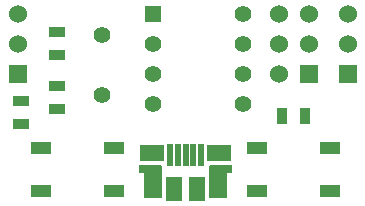
<source format=gts>
G04 (created by PCBNEW (2013-07-07 BZR 4022)-stable) date 9/10/2013 12:20:35 AM*
%MOIN*%
G04 Gerber Fmt 3.4, Leading zero omitted, Abs format*
%FSLAX34Y34*%
G01*
G70*
G90*
G04 APERTURE LIST*
%ADD10C,0.00590551*%
%ADD11R,0.055X0.035*%
%ADD12R,0.035X0.055*%
%ADD13R,0.06X0.06*%
%ADD14C,0.06*%
%ADD15C,0.056*%
%ADD16R,0.0237X0.0769*%
%ADD17R,0.0561X0.0814*%
%ADD18R,0.0843X0.0571*%
%ADD19R,0.0719X0.025*%
%ADD20R,0.063X0.1116*%
%ADD21C,0.063*%
%ADD22C,0.0571*%
%ADD23R,0.055X0.055*%
%ADD24C,0.055*%
%ADD25R,0.0708661X0.0433071*%
G04 APERTURE END LIST*
G54D10*
G54D11*
X84300Y-58625D03*
X84300Y-59375D03*
X84300Y-61175D03*
X84300Y-60425D03*
G54D12*
X92575Y-61400D03*
X91825Y-61400D03*
G54D11*
X83100Y-60925D03*
X83100Y-61675D03*
G54D13*
X92700Y-60000D03*
G54D14*
X91700Y-60000D03*
X92700Y-59000D03*
X91700Y-59000D03*
X92700Y-58000D03*
X91700Y-58000D03*
G54D13*
X83000Y-60000D03*
G54D14*
X83000Y-59000D03*
X83000Y-58000D03*
G54D13*
X94000Y-60000D03*
G54D14*
X94000Y-59000D03*
X94000Y-58000D03*
G54D15*
X85800Y-60700D03*
X85800Y-58700D03*
G54D16*
X88088Y-62719D03*
X88344Y-62719D03*
X88600Y-62719D03*
X88856Y-62719D03*
X89112Y-62719D03*
G54D17*
X88221Y-63844D03*
X88979Y-63844D03*
G54D18*
X87486Y-62660D03*
X89714Y-62660D03*
G54D19*
X87424Y-63173D03*
X89776Y-63173D03*
G54D20*
X87517Y-63606D03*
X89683Y-63606D03*
G54D21*
X87517Y-63831D03*
X89683Y-63831D03*
G54D22*
X87621Y-62661D03*
X89579Y-62661D03*
G54D23*
X87500Y-58000D03*
G54D24*
X87500Y-59000D03*
X87500Y-60000D03*
X87500Y-61000D03*
X90500Y-61000D03*
X90500Y-60000D03*
X90500Y-59000D03*
X90500Y-58000D03*
G54D25*
X90979Y-62471D03*
X93420Y-62471D03*
X93420Y-63928D03*
X90979Y-63928D03*
X83779Y-62471D03*
X86220Y-62471D03*
X86220Y-63928D03*
X83779Y-63928D03*
M02*

</source>
